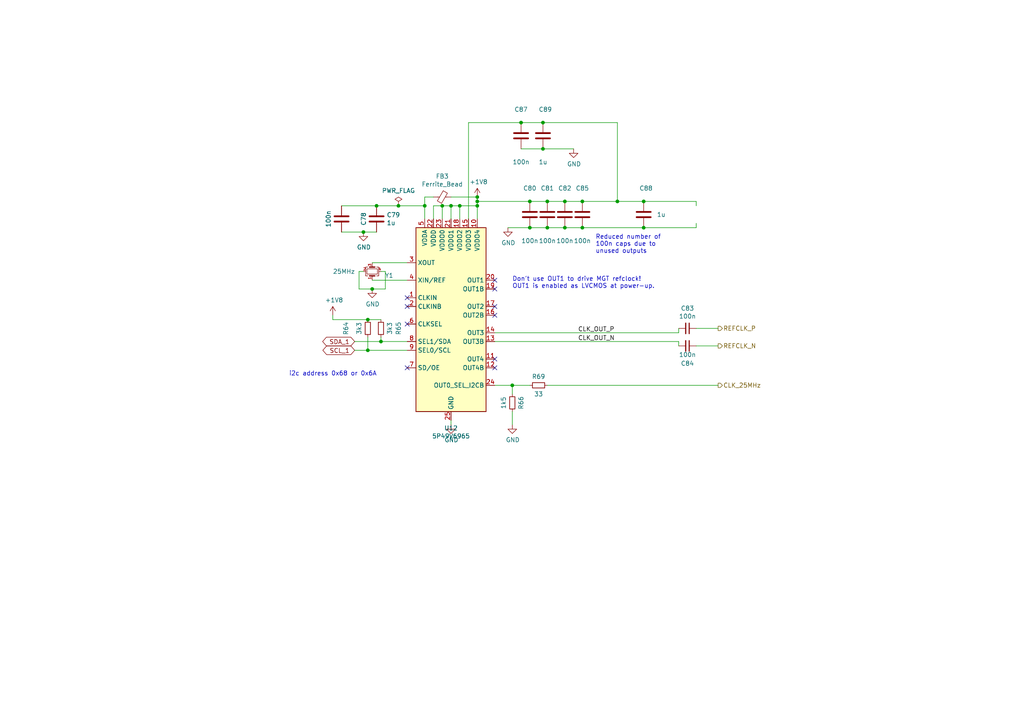
<source format=kicad_sch>
(kicad_sch (version 20230121) (generator eeschema)
  (paper "A4")
  (lib_symbols
    (symbol "Device:C_Small" (pin_numbers hide) (pin_names (offset 0.254) hide)
      (property "Reference" "C" (at 0.254 1.778 0))
      (property "Value" "C_Small" (at 0.254 -2.032 0))
      (symbol "C_Small_0_1"
        (polyline (pts (xy -1.524 -0.508) (xy 1.524 -0.508)) (stroke (width 0.3302)))
        (polyline (pts (xy -1.524 0.508) (xy 1.524 0.508)) (stroke (width 0.3048)))
      )
      (symbol "C_Small_1_1"
        (pin passive line (at 0 2.54 270) (length 2.032) (name "~") (number "1"))
        (pin passive line (at 0 -2.54 90) (length 2.032) (name "~") (number "2"))
      )
    )
    (symbol "Device:Crystal_GND24_Small" (pin_names (offset 1.016) hide)
      (property "Reference" "Y" (at 1.27 4.445 0))
      (property "Value" "Crystal_GND24_Small" (at 1.27 2.54 0))
      (symbol "Crystal_GND24_Small_0_1"
        (rectangle (start -0.762 -1.524) (end 0.762 1.524))
        (polyline (pts (xy -1.27 -0.762) (xy -1.27 0.762)) (stroke (width 0.381)))
        (polyline (pts (xy 1.27 -0.762) (xy 1.27 0.762)) (stroke (width 0.381)))
        (polyline (pts (xy -1.27 -1.27) (xy -1.27 -1.905) (xy 1.27 -1.905) (xy 1.27 -1.27)))
        (polyline (pts (xy -1.27 1.27) (xy -1.27 1.905) (xy 1.27 1.905) (xy 1.27 1.27)))
      )
      (symbol "Crystal_GND24_Small_1_1"
        (pin passive line (at -2.54 0 0) (length 1.27) (name "1") (number "1"))
        (pin passive line (at 0 -2.54 90) (length 0.635) (name "2") (number "2"))
        (pin passive line (at 2.54 0 180) (length 1.27) (name "3") (number "3"))
        (pin passive line (at 0 2.54 270) (length 0.635) (name "4") (number "4"))
      )
    )
    (symbol "Device:Ferrite_Bead_Small" (pin_numbers hide) (pin_names (offset 0))
      (property "Reference" "FB" (at 1.905 1.27 0))
      (property "Value" "Device_Ferrite_Bead_Small" (at 1.905 -1.27 0))
      (symbol "Ferrite_Bead_Small_0_1"
        (polyline (pts (xy 0 -1.27) (xy 0 -0.7874)))
        (polyline (pts (xy 0 0.889) (xy 0 1.2954)))
        (polyline (pts (xy -1.8288 0.2794) (xy -1.1176 1.4986) (xy 1.8288 -0.2032) (xy 1.1176 -1.4224) (xy -1.8288 0.2794)))
      )
      (symbol "Ferrite_Bead_Small_1_1"
        (pin passive line (at 0 2.54 270) (length 1.27) (name "~") (number "1"))
        (pin passive line (at 0 -2.54 90) (length 1.27) (name "~") (number "2"))
      )
    )
    (symbol "Device:R_Small" (pin_numbers hide) (pin_names (offset 0.254) hide)
      (property "Reference" "R" (at 0.762 0.508 0))
      (property "Value" "R_Small" (at 0.762 -1.016 0))
      (symbol "R_Small_0_1"
        (rectangle (start -0.762 1.778) (end 0.762 -1.778) (stroke (width 0.2032)))
      )
      (symbol "R_Small_1_1"
        (pin passive line (at 0 2.54 270) (length 0.762) (name "~") (number "1"))
        (pin passive line (at 0 -2.54 90) (length 0.762) (name "~") (number "2"))
      )
    )
    (symbol "Oscillator:5P49V6965"
      (property "Reference" "U" (at -11.43 29.21 0))
      (property "Value" "5P49V6965" (at 13.97 29.21 0))
      (symbol "5P49V6965_0_1"
        (rectangle (start -10.16 27.94) (end 10.16 -25.4) (stroke (width 0.254)) (fill (type background)))
      )
      (symbol "5P49V6965_1_1"
        (pin input line (at -12.7 7.62 0) (length 2.54) (name "CLKIN") (number "1"))
        (pin power_in line (at 7.62 30.48 270) (length 2.54) (name "VDDO4") (number "10"))
        (pin output line (at 12.7 -10.16 180) (length 2.54) (name "OUT4") (number "11"))
        (pin output line (at 12.7 -12.7 180) (length 2.54) (name "OUT4B") (number "12"))
        (pin output line (at 12.7 -5.08 180) (length 2.54) (name "OUT3B") (number "13"))
        (pin output line (at 12.7 -2.54 180) (length 2.54) (name "OUT3") (number "14"))
        (pin power_in line (at 5.08 30.48 270) (length 2.54) (name "VDDO3") (number "15"))
        (pin output line (at 12.7 2.54 180) (length 2.54) (name "OUT2B") (number "16"))
        (pin output line (at 12.7 5.08 180) (length 2.54) (name "OUT2") (number "17"))
        (pin power_in line (at 2.54 30.48 270) (length 2.54) (name "VDDO2") (number "18"))
        (pin output line (at 12.7 10.16 180) (length 2.54) (name "OUT1B") (number "19"))
        (pin input line (at -12.7 5.08 0) (length 2.54) (name "CLKINB") (number "2"))
        (pin output line (at 12.7 12.7 180) (length 2.54) (name "OUT1") (number "20"))
        (pin power_in line (at 0 30.48 270) (length 2.54) (name "VDDO1") (number "21"))
        (pin power_in line (at -5.08 30.48 270) (length 2.54) (name "VDDD") (number "22"))
        (pin power_in line (at -2.54 30.48 270) (length 2.54) (name "VDDO0") (number "23"))
        (pin bidirectional line (at 12.7 -17.78 180) (length 2.54) (name "OUT0_SEL_I2CB") (number "24"))
        (pin power_in line (at 0 -27.94 90) (length 2.54) (name "GND") (number "25"))
        (pin output line (at -12.7 17.78 0) (length 2.54) (name "XOUT") (number "3"))
        (pin input line (at -12.7 12.7 0) (length 2.54) (name "XIN/REF") (number "4"))
        (pin power_in line (at -7.62 30.48 270) (length 2.54) (name "VDDA") (number "5"))
        (pin input line (at -12.7 0 0) (length 2.54) (name "CLKSEL") (number "6"))
        (pin input line (at -12.7 -12.7 0) (length 2.54) (name "SD/OE") (number "7"))
        (pin bidirectional line (at -12.7 -5.08 0) (length 2.54) (name "SEL1/SDA") (number "8"))
        (pin input line (at -12.7 -7.62 0) (length 2.54) (name "SEL0/SCL") (number "9"))
      )
    )
    (symbol "fmc:100nF_603" (pin_numbers hide) (pin_names (offset 0.254))
      (property "Reference" "C" (at 0.635 2.54 0))
      (property "Value" "fmc_100nF_603" (at 0.635 -2.54 0))
      (symbol "100nF_603_0_1"
        (polyline (pts (xy -2.032 -0.762) (xy 2.032 -0.762)) (stroke (width 0.508)))
        (polyline (pts (xy -2.032 0.762) (xy 2.032 0.762)) (stroke (width 0.508)))
      )
      (symbol "100nF_603_1_1"
        (pin passive line (at 0 3.81 270) (length 2.794) (name "~") (number "1"))
        (pin passive line (at 0 -3.81 90) (length 2.794) (name "~") (number "2"))
      )
    )
    (symbol "fmc:1uF_805" (pin_numbers hide) (pin_names (offset 0.254))
      (property "Reference" "C" (at 0.635 2.54 0))
      (property "Value" "fmc_1uF_805" (at 0.635 -2.54 0))
      (symbol "1uF_805_0_1"
        (polyline (pts (xy -2.032 -0.762) (xy 2.032 -0.762)) (stroke (width 0.508)))
        (polyline (pts (xy -2.032 0.762) (xy 2.032 0.762)) (stroke (width 0.508)))
      )
      (symbol "1uF_805_1_1"
        (pin passive line (at 0 3.81 270) (length 2.794) (name "~") (number "1"))
        (pin passive line (at 0 -3.81 90) (length 2.794) (name "~") (number "2"))
      )
    )
    (symbol "power:+1V8" (power) (pin_names (offset 0))
      (property "Value" "+1V8" (at 0 3.556 0))
      (symbol "+1V8_0_1"
        (polyline (pts (xy -0.762 1.27) (xy 0 2.54)))
        (polyline (pts (xy 0 0) (xy 0 2.54)))
        (polyline (pts (xy 0 2.54) (xy 0.762 1.27)))
      )
      (symbol "+1V8_1_1"
        (pin power_in line (at 0 0 90) (length 0) hide (name "+1V8") (number "1"))
      )
    )
    (symbol "power:GND" (power) (pin_names (offset 0))
      (property "Value" "GND" (at 0 -3.81 0))
      (symbol "GND_0_1"
        (polyline (pts (xy 0 0) (xy 0 -1.27) (xy 1.27 -1.27) (xy 0 -2.54) (xy -1.27 -1.27) (xy 0 -1.27)))
      )
      (symbol "GND_1_1"
        (pin power_in line (at 0 0 270) (length 0) hide (name "GND") (number "1"))
      )
    )
    (symbol "power:PWR_FLAG" (power) (pin_numbers hide) (pin_names (offset 0) hide)
      (property "Value" "PWR_FLAG" (at 0 3.81 0))
      (symbol "PWR_FLAG_0_0"
        (pin power_out line (at 0 0 90) (length 0) (name "pwr") (number "1"))
      )
      (symbol "PWR_FLAG_0_1"
        (polyline (pts (xy 0 0) (xy 0 1.27) (xy -1.016 1.905) (xy 0 2.54) (xy 1.016 1.905) (xy 0 1.27)))
      )
    )
  )
  (junction (at 163.83 66.04))
  (junction (at 148.59 111.76))
  (junction (at 186.69 66.04))
  (junction (at 109.22 59.69))
  (junction (at 153.67 58.42))
  (junction (at 168.91 66.04))
  (junction (at 106.68 92.71))
  (junction (at 186.69 58.42))
  (junction (at 107.95 83.82))
  (junction (at 123.19 59.69))
  (junction (at 151.13 35.56))
  (junction (at 130.81 59.69))
  (junction (at 110.49 99.06))
  (junction (at 115.57 59.69))
  (junction (at 138.43 59.69))
  (junction (at 138.43 57.15))
  (junction (at 133.35 59.69))
  (junction (at 153.67 66.04))
  (junction (at 157.48 43.18))
  (junction (at 158.75 66.04))
  (junction (at 179.07 58.42))
  (junction (at 157.48 35.56))
  (junction (at 128.27 59.69))
  (junction (at 105.41 67.31))
  (junction (at 138.43 58.42))
  (junction (at 106.68 101.6))
  (junction (at 158.75 58.42))
  (junction (at 163.83 58.42))
  (junction (at 168.91 58.42))
  (no_connect (at 143.51 104.14))
  (no_connect (at 143.51 91.44))
  (no_connect (at 118.11 106.68))
  (no_connect (at 143.51 88.9))
  (no_connect (at 118.11 93.98))
  (no_connect (at 143.51 83.82))
  (no_connect (at 143.51 81.28))
  (no_connect (at 143.51 106.68))
  (no_connect (at 118.11 86.36))
  (no_connect (at 118.11 88.9))
  (wire (pts (xy 168.91 58.42) (xy 179.07 58.42)))
  (wire (pts (xy 143.51 96.52) (xy 196.85 96.52)))
  (wire (pts (xy 99.06 59.69) (xy 109.22 59.69)))
  (wire (pts (xy 163.83 58.42) (xy 158.75 58.42)))
  (wire (pts (xy 107.95 83.82) (xy 104.14 83.82)))
  (wire (pts (xy 158.75 58.42) (xy 153.67 58.42)))
  (wire (pts (xy 153.67 66.04) (xy 147.32 66.04)))
  (wire (pts (xy 130.81 63.5) (xy 130.81 59.69)))
  (wire (pts (xy 123.19 59.69) (xy 123.19 63.5)))
  (wire (pts (xy 123.19 57.15) (xy 125.73 57.15)))
  (wire (pts (xy 196.85 96.52) (xy 196.85 95.25)))
  (wire (pts (xy 110.49 97.79) (xy 110.49 99.06)))
  (wire (pts (xy 158.75 66.04) (xy 163.83 66.04)))
  (wire (pts (xy 186.69 66.04) (xy 201.93 66.04)))
  (wire (pts (xy 186.69 58.42) (xy 201.93 58.42)))
  (wire (pts (xy 111.76 78.74) (xy 111.76 83.82)))
  (wire (pts (xy 96.52 92.71) (xy 106.68 92.71)))
  (wire (pts (xy 130.81 57.15) (xy 138.43 57.15)))
  (wire (pts (xy 148.59 114.3) (xy 148.59 111.76)))
  (wire (pts (xy 148.59 111.76) (xy 143.51 111.76)))
  (wire (pts (xy 107.95 76.2) (xy 118.11 76.2)))
  (wire (pts (xy 201.93 95.25) (xy 208.28 95.25)))
  (wire (pts (xy 135.89 63.5) (xy 135.89 35.56)))
  (wire (pts (xy 138.43 59.69) (xy 138.43 58.42)))
  (wire (pts (xy 128.27 63.5) (xy 128.27 59.69)))
  (wire (pts (xy 153.67 58.42) (xy 138.43 58.42)))
  (wire (pts (xy 179.07 35.56) (xy 179.07 58.42)))
  (wire (pts (xy 153.67 111.76) (xy 148.59 111.76)))
  (wire (pts (xy 106.68 92.71) (xy 110.49 92.71)))
  (wire (pts (xy 157.48 43.18) (xy 166.37 43.18)))
  (wire (pts (xy 115.57 59.69) (xy 123.19 59.69)))
  (wire (pts (xy 148.59 119.38) (xy 148.59 123.19)))
  (wire (pts (xy 133.35 59.69) (xy 138.43 59.69)))
  (wire (pts (xy 196.85 99.06) (xy 196.85 100.33)))
  (wire (pts (xy 151.13 35.56) (xy 157.48 35.56)))
  (wire (pts (xy 163.83 66.04) (xy 168.91 66.04)))
  (wire (pts (xy 201.93 58.42) (xy 201.93 59.69)))
  (wire (pts (xy 138.43 63.5) (xy 138.43 59.69)))
  (wire (pts (xy 138.43 58.42) (xy 138.43 57.15)))
  (wire (pts (xy 201.93 100.33) (xy 208.28 100.33)))
  (wire (pts (xy 102.87 99.06) (xy 110.49 99.06)))
  (wire (pts (xy 157.48 35.56) (xy 179.07 35.56)))
  (wire (pts (xy 143.51 99.06) (xy 196.85 99.06)))
  (wire (pts (xy 168.91 58.42) (xy 163.83 58.42)))
  (wire (pts (xy 201.93 66.04) (xy 201.93 64.77)))
  (wire (pts (xy 125.73 63.5) (xy 125.73 59.69)))
  (wire (pts (xy 135.89 35.56) (xy 151.13 35.56)))
  (wire (pts (xy 179.07 58.42) (xy 186.69 58.42)))
  (wire (pts (xy 107.95 81.28) (xy 118.11 81.28)))
  (wire (pts (xy 151.13 43.18) (xy 157.48 43.18)))
  (wire (pts (xy 105.41 67.31) (xy 99.06 67.31)))
  (wire (pts (xy 102.87 101.6) (xy 106.68 101.6)))
  (wire (pts (xy 123.19 59.69) (xy 123.19 57.15)))
  (wire (pts (xy 168.91 66.04) (xy 186.69 66.04)))
  (wire (pts (xy 128.27 59.69) (xy 130.81 59.69)))
  (wire (pts (xy 106.68 97.79) (xy 106.68 101.6)))
  (wire (pts (xy 104.14 83.82) (xy 104.14 78.74)))
  (wire (pts (xy 110.49 99.06) (xy 118.11 99.06)))
  (wire (pts (xy 130.81 59.69) (xy 133.35 59.69)))
  (wire (pts (xy 158.75 111.76) (xy 208.28 111.76)))
  (wire (pts (xy 109.22 59.69) (xy 115.57 59.69)))
  (wire (pts (xy 125.73 59.69) (xy 128.27 59.69)))
  (wire (pts (xy 109.22 67.31) (xy 105.41 67.31)))
  (wire (pts (xy 96.52 91.44) (xy 96.52 92.71)))
  (wire (pts (xy 153.67 66.04) (xy 158.75 66.04)))
  (wire (pts (xy 133.35 63.5) (xy 133.35 59.69)))
  (wire (pts (xy 130.81 121.92) (xy 130.81 123.19)))
  (wire (pts (xy 110.49 78.74) (xy 111.76 78.74)))
  (wire (pts (xy 104.14 78.74) (xy 105.41 78.74)))
  (wire (pts (xy 111.76 83.82) (xy 107.95 83.82)))
  (wire (pts (xy 106.68 101.6) (xy 118.11 101.6)))
  (text "Reduced number of\n100n caps due to\nunused outputs" (at 172.72 73.66 0) (effects (font (size 1.27 1.27)) (justify left bottom)))
  (text "Don't use OUT1 to drive MGT refclock!\nOUT1 is enabled as LVCMOS at power-up." (at 148.59 83.82 0) (effects (font (size 1.27 1.27)) (justify left bottom)))
  (text "i2c address 0x68 or 0x6A" (at 83.82 109.22 0) (effects (font (size 1.27 1.27)) (justify left bottom)))
  (label "CLK_OUT_P" (at 167.64 96.52 0))
  (label "CLK_OUT_N" (at 167.64 99.06 0))
  (global_label "SDA_1" (shape bidirectional) (at 102.87 99.06 180) (property "Intersheetrefs" "${INTERSHEET_REFS}" (effects hide)))
  (global_label "SCL_1" (shape bidirectional) (at 102.87 101.6 180) (property "Intersheetrefs" "${INTERSHEET_REFS}" (effects hide)))
  (hierarchical_label "REFCLK_P" (shape output) (at 208.28 95.25 0))
  (hierarchical_label "REFCLK_N" (shape output) (at 208.28 100.33 0))
  (hierarchical_label "CLK_25MHz" (shape output) (at 208.28 111.76 0))
  (symbol (lib_id "power:+1V8") (at 138.43 57.15 0) (unit 1)
    (property "Reference" "#PWR0112" (effects hide))
    (property "Value" "+1V8" (at 138.811 52.7558 0))
  )
  (symbol (lib_id "power:GND") (at 130.81 123.19 0) (unit 1)
    (property "Reference" "#PWR0117" (effects hide))
    (property "Value" "GND" (at 130.937 127.5842 0))
  )
  (symbol (lib_id "Device:Crystal_GND24_Small") (at 107.95 78.74 270) (mirror x) (unit 1)
    (property "Reference" "Y1" (at 111.6076 79.9084 90) (effects (justify left)))
    (property "Value" "25MHz" (at 96.52 78.74 90) (effects (justify left)))
    (property "Footprint" "Crystal:Crystal_SMD_Abracon_ABM10-4Pin_2.5x2.0mm" (effects hide))
    (property "Part" "ABM10W-25.0000MHZ-8-B1U-T3" (effects hide))
    (property "Manufacturer" "Abracon" (effects hide))
  )
  (symbol (lib_id "power:GND") (at 107.95 83.82 0) (unit 1)
    (property "Reference" "#PWR0121" (effects hide))
    (property "Value" "GND" (at 108.077 88.2142 0))
  )
  (symbol (lib_id "Device:R_Small") (at 106.68 95.25 180) (unit 1)
    (property "Reference" "R64" (at 100.33 95.25 90))
    (property "Value" "3k3" (at 104.14 95.25 90))
    (property "Footprint" "Resistor_SMD:R_0603_1608Metric" (effects hide))
    (property "Part" "RT0603FRE0710KL" (effects hide))
    (property "Manufacturer" "Yageo" (effects hide))
  )
  (symbol (lib_id "power:+1V8") (at 96.52 91.44 0) (unit 1)
    (property "Reference" "#PWR0122" (effects hide))
    (property "Value" "+1V8" (at 96.901 87.0458 0))
  )
  (symbol (lib_id "fmc:100nF_603") (at 99.06 63.5 180) (unit 1)
    (property "Reference" "C78" (at 105.4608 63.5 90))
    (property "Value" "100n" (at 95.25 63.5 90))
    (property "Footprint" "Capacitor_SMD:C_0603_1608Metric" (effects hide))
    (property "Part" "GCJ188R71E104KA12D" (effects hide))
    (property "Manufacturer" "Murata" (effects hide))
  )
  (symbol (lib_id "fmc:1uF_805") (at 109.22 63.5 0) (unit 1)
    (property "Reference" "C79" (at 112.141 62.3316 0) (effects (justify left)))
    (property "Value" "1u" (at 112.141 64.643 0) (effects (justify left)))
    (property "Footprint" "Capacitor_SMD:C_0805_2012Metric" (effects hide))
    (property "Part" "GCJ219R71C105KA01" (effects hide))
    (property "Manufacturer" "Murata" (effects hide))
  )
  (symbol (lib_id "Device:Ferrite_Bead_Small") (at 128.27 57.15 270) (unit 1)
    (property "Reference" "FB3" (at 128.27 51.1302 90))
    (property "Value" "Ferrite_Bead" (at 128.27 53.4416 90))
    (property "Footprint" "Inductor_SMD:L_0603_1608Metric" (effects hide))
    (property "Part" "MPZ1608S221ATA00" (effects hide))
    (property "Manufacturer" "TDK" (effects hide))
  )
  (symbol (lib_id "power:GND") (at 105.41 67.31 0) (unit 1)
    (property "Reference" "#PWR0115" (effects hide))
    (property "Value" "GND" (at 105.537 71.7042 0))
  )
  (symbol (lib_id "power:PWR_FLAG") (at 115.57 59.69 0) (unit 1)
    (property "Reference" "#FLG0102" (effects hide))
    (property "Value" "PWR_FLAG" (at 115.57 55.2958 0))
  )
  (symbol (lib_id "fmc:100nF_603") (at 153.67 62.23 180) (unit 1)
    (property "Reference" "C80" (at 153.67 54.61 0))
    (property "Value" "100n" (at 153.67 69.85 0))
    (property "Footprint" "Capacitor_SMD:C_0603_1608Metric" (effects hide))
    (property "Part" "GCJ188R71E104KA12D" (effects hide))
    (property "Manufacturer" "Murata" (effects hide))
  )
  (symbol (lib_id "fmc:100nF_603") (at 158.75 62.23 180) (unit 1)
    (property "Reference" "C81" (at 158.75 54.61 0))
    (property "Value" "100n" (at 158.75 69.85 0))
    (property "Footprint" "Capacitor_SMD:C_0603_1608Metric" (effects hide))
    (property "Part" "GCJ188R71E104KA12D" (effects hide))
    (property "Manufacturer" "Murata" (effects hide))
  )
  (symbol (lib_id "fmc:100nF_603") (at 163.83 62.23 180) (unit 1)
    (property "Reference" "C82" (at 163.83 54.61 0))
    (property "Value" "100n" (at 163.83 69.85 0))
    (property "Footprint" "Capacitor_SMD:C_0603_1608Metric" (effects hide))
    (property "Part" "GCJ188R71E104KA12D" (effects hide))
    (property "Manufacturer" "Murata" (effects hide))
  )
  (symbol (lib_id "fmc:100nF_603") (at 168.91 62.23 180) (unit 1)
    (property "Reference" "C85" (at 168.91 54.61 0))
    (property "Value" "100n" (at 168.91 69.85 0))
    (property "Footprint" "Capacitor_SMD:C_0603_1608Metric" (effects hide))
    (property "Part" "GCJ188R71E104KA12D" (effects hide))
    (property "Manufacturer" "Murata" (effects hide))
  )
  (symbol (lib_id "fmc:100nF_603") (at 151.13 39.37 180) (unit 1)
    (property "Reference" "C87" (at 151.13 31.75 0))
    (property "Value" "100n" (at 151.13 46.99 0))
    (property "Footprint" "Capacitor_SMD:C_0603_1608Metric" (effects hide))
    (property "Part" "GCJ188R71E104KA12D" (effects hide))
    (property "Manufacturer" "Murata" (effects hide))
  )
  (symbol (lib_id "fmc:1uF_805") (at 186.69 62.23 0) (unit 1)
    (property "Reference" "C88" (at 185.42 54.61 0) (effects (justify left)))
    (property "Value" "1u" (at 190.5 62.23 0) (effects (justify left)))
    (property "Footprint" "Capacitor_SMD:C_0805_2012Metric" (effects hide))
    (property "Part" "GCJ219R71C105KA01" (effects hide))
    (property "Manufacturer" "Murata" (effects hide))
  )
  (symbol (lib_id "fmc:1uF_805") (at 157.48 39.37 0) (unit 1)
    (property "Reference" "C89" (at 156.21 31.75 0) (effects (justify left)))
    (property "Value" "1u" (at 156.21 46.99 0) (effects (justify left)))
    (property "Footprint" "Capacitor_SMD:C_0805_2012Metric" (effects hide))
    (property "Part" "GCJ219R71C105KA01" (effects hide))
    (property "Manufacturer" "Murata" (effects hide))
  )
  (symbol (lib_id "power:GND") (at 147.32 66.04 0) (unit 1)
    (property "Reference" "#PWR0118" (effects hide))
    (property "Value" "GND" (at 147.447 70.4342 0))
  )
  (symbol (lib_id "Device:R_Small") (at 110.49 95.25 0) (mirror x) (unit 1)
    (property "Reference" "R65" (at 115.57 95.25 90))
    (property "Value" "3k3" (at 113.03 95.25 90))
    (property "Footprint" "Resistor_SMD:R_0603_1608Metric" (effects hide))
    (property "Part" "RT0603FRE0710KL" (effects hide))
    (property "Manufacturer" "Yageo" (effects hide))
  )
  (symbol (lib_id "Oscillator:5P49V6965") (at 130.81 93.98 0) (unit 1)
    (property "Reference" "U12" (at 130.81 124.1806 0))
    (property "Value" "5P49V6965" (at 130.81 126.492 0))
    (property "Footprint" "Package_DFN_QFN:QFN-24-1EP_4x4mm_P0.5mm_EP2.8x2.8mm" (effects hide))
    (property "Datasheet" "https://www.idt.com/document/dst/5p49v6965-datasheet" (effects hide))
  )
  (symbol (lib_id "Device:R_Small") (at 148.59 116.84 180) (unit 1)
    (property "Reference" "R66" (at 151.13 116.84 90))
    (property "Value" "1k5" (at 146.05 116.84 90))
    (property "Footprint" "Resistor_SMD:R_0603_1608Metric" (effects hide))
    (property "Part" " RC0603FR-0733RL " (effects hide))
    (property "Manufacturer" "Yageo" (effects hide))
  )
  (symbol (lib_id "Device:R_Small") (at 156.21 111.76 270) (unit 1)
    (property "Reference" "R69" (at 156.21 109.22 90))
    (property "Value" "33" (at 156.21 114.3 90))
    (property "Footprint" "Resistor_SMD:R_0603_1608Metric" (effects hide))
    (property "Part" " RC0603FR-0733RL " (effects hide))
    (property "Manufacturer" "Yageo" (effects hide))
  )
  (symbol (lib_id "power:GND") (at 148.59 123.19 0) (unit 1)
    (property "Reference" "#PWR0119" (effects hide))
    (property "Value" "GND" (at 148.717 127.5842 0))
  )
  (symbol (lib_id "Device:C_Small") (at 199.39 95.25 270) (unit 1)
    (property "Reference" "C83" (at 199.39 89.4334 90))
    (property "Value" "100n" (at 199.39 91.7448 90))
    (property "Footprint" "Capacitor_SMD:C_0603_1608Metric" (effects hide))
  )
  (symbol (lib_id "Device:C_Small") (at 199.39 100.33 270) (unit 1)
    (property "Reference" "C84" (at 199.39 105.41 90))
    (property "Value" "100n" (at 199.39 102.87 90))
    (property "Footprint" "Capacitor_SMD:C_0603_1608Metric" (effects hide))
  )
  (symbol (lib_id "power:GND") (at 166.37 43.18 0) (unit 1)
    (property "Reference" "#PWR0113" (effects hide))
    (property "Value" "GND" (at 166.497 47.5742 0))
  )
)
</source>
